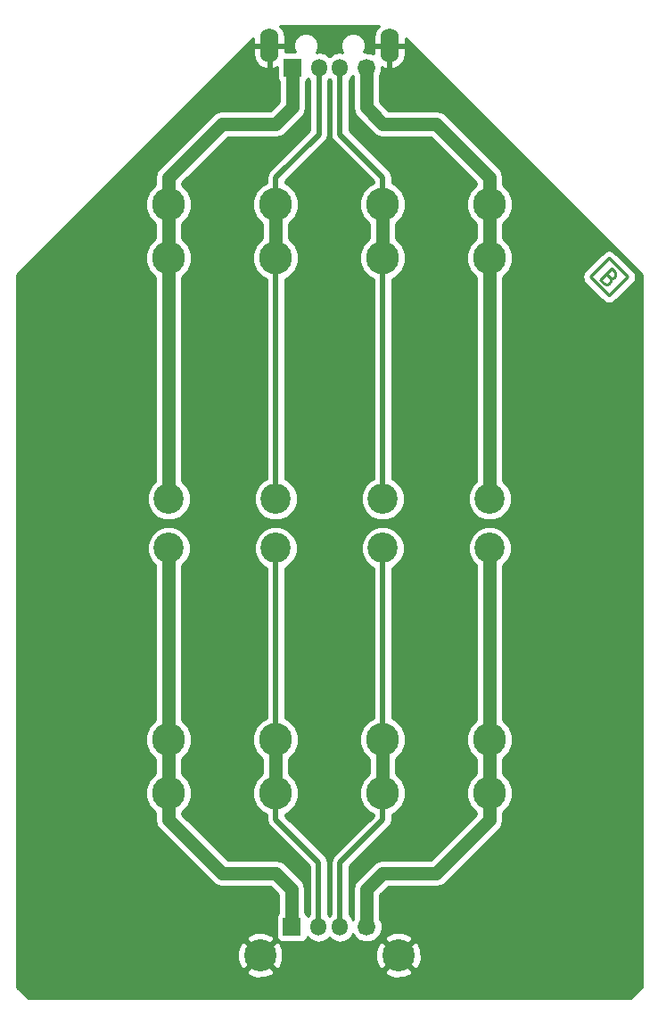
<source format=gbl>
%FSLAX34Y34*%
G04 Gerber Fmt 3.4, Leading zero omitted, Abs format*
G04 (created by PCBNEW (2014-04-11 BZR 4798)-product) date 21/04/2014 04:41:56*
%MOIN*%
G01*
G70*
G90*
G04 APERTURE LIST*
%ADD10C,0.005906*%
%ADD11C,0.010000*%
%ADD12R,0.066200X0.066200*%
%ADD13O,0.059100X0.066200*%
%ADD14C,0.066200*%
%ADD15O,0.069400X0.128400*%
%ADD16C,0.113000*%
%ADD17C,0.123000*%
%ADD18C,0.120600*%
%ADD19C,0.050000*%
%ADD20C,0.020000*%
G04 APERTURE END LIST*
G54D10*
G54D11*
X22482Y27257D02*
X22522Y27176D01*
X22522Y27136D01*
X22502Y27075D01*
X22441Y27015D01*
X22381Y26994D01*
X22340Y26994D01*
X22280Y27015D01*
X22118Y27176D01*
X22542Y27600D01*
X22684Y27459D01*
X22704Y27398D01*
X22704Y27358D01*
X22684Y27297D01*
X22643Y27257D01*
X22583Y27237D01*
X22542Y27237D01*
X22482Y27257D01*
X22340Y27398D01*
X22457Y28000D02*
X23164Y27292D01*
X23164Y27292D02*
X22457Y26585D01*
X22457Y26585D02*
X21750Y27292D01*
X21750Y27292D02*
X22457Y28000D01*
G54D12*
X10622Y35100D03*
G54D13*
X11606Y35100D03*
X12394Y35100D03*
G54D14*
X13378Y35100D03*
G54D15*
X9756Y35927D03*
X14244Y35927D03*
G54D16*
X6000Y19000D03*
X6000Y17150D03*
X18000Y19000D03*
X18000Y17150D03*
X14000Y19000D03*
X14000Y17150D03*
X10000Y19000D03*
X10000Y17150D03*
G54D17*
X14000Y8000D03*
X14000Y10000D03*
X6000Y28000D03*
X6000Y30000D03*
X18000Y8000D03*
X18000Y10000D03*
X10000Y8000D03*
X10000Y10000D03*
X18000Y28000D03*
X18000Y30000D03*
X14000Y28000D03*
X14000Y30000D03*
X10000Y28000D03*
X10000Y30000D03*
X6000Y8000D03*
X6000Y10000D03*
G54D14*
X13400Y3000D03*
G54D13*
X12400Y3000D03*
X11600Y3000D03*
G54D12*
X10600Y3000D03*
G54D18*
X14587Y1933D03*
X9413Y1933D03*
G54D19*
X14000Y10000D02*
X14000Y8000D01*
G54D20*
X14000Y7000D02*
X12400Y5400D01*
X12400Y5400D02*
X12400Y3000D01*
X14000Y8000D02*
X14000Y7000D01*
X14000Y10000D02*
X14000Y17150D01*
G54D19*
X14000Y28000D02*
X14000Y30000D01*
G54D20*
X14000Y31000D02*
X12394Y32606D01*
X12394Y32606D02*
X12394Y35100D01*
X14000Y30000D02*
X14000Y31000D01*
X14000Y28000D02*
X14000Y19000D01*
G54D19*
X10000Y10000D02*
X10000Y8000D01*
G54D20*
X10000Y7000D02*
X11600Y5400D01*
X11600Y5400D02*
X11600Y3000D01*
X10000Y8000D02*
X10000Y7000D01*
X10000Y17150D02*
X10000Y10000D01*
G54D19*
X10000Y28000D02*
X10000Y30000D01*
G54D20*
X10000Y31000D02*
X11606Y32606D01*
X11606Y32606D02*
X11606Y35100D01*
X10000Y30000D02*
X10000Y31000D01*
X10000Y19000D02*
X10000Y28000D01*
G54D19*
X13400Y3000D02*
X13400Y4400D01*
X13400Y4400D02*
X14000Y5000D01*
X14000Y5000D02*
X16000Y5000D01*
X18000Y10000D02*
X18000Y8000D01*
X18000Y7000D02*
X16000Y5000D01*
X18000Y8000D02*
X18000Y7000D01*
X18000Y17150D02*
X18000Y10000D01*
X13378Y33622D02*
X14000Y33000D01*
X13378Y35100D02*
X13378Y33622D01*
X14000Y33000D02*
X16000Y33000D01*
X18000Y28000D02*
X18000Y30000D01*
X18000Y31000D02*
X16000Y33000D01*
X18000Y30000D02*
X18000Y31000D01*
X18000Y28000D02*
X18000Y19000D01*
X10600Y3000D02*
X10600Y4400D01*
X10000Y5000D02*
X8000Y5000D01*
X10600Y4400D02*
X10000Y5000D01*
X6000Y10000D02*
X6000Y8000D01*
X6000Y7000D02*
X8000Y5000D01*
X6000Y8000D02*
X6000Y7000D01*
X6000Y10000D02*
X6000Y17150D01*
X10622Y35100D02*
X10622Y33622D01*
X10000Y33000D02*
X8000Y33000D01*
X10622Y33622D02*
X10000Y33000D01*
X6000Y28000D02*
X6000Y30000D01*
X6000Y31000D02*
X8000Y33000D01*
X6000Y30000D02*
X6000Y31000D01*
X6000Y28000D02*
X6000Y19000D01*
G54D10*
G36*
X23675Y745D02*
X23464Y534D01*
X23464Y27292D01*
X23441Y27407D01*
X23441Y27407D01*
X23376Y27505D01*
X23376Y27505D01*
X23376Y27505D01*
X22669Y28212D01*
X22669Y28212D01*
X22571Y28277D01*
X22457Y28300D01*
X22342Y28277D01*
X22244Y28212D01*
X21537Y27505D01*
X21472Y27407D01*
X21450Y27292D01*
X21472Y27178D01*
X21537Y27080D01*
X22244Y26373D01*
X22342Y26308D01*
X22457Y26285D01*
X22457Y26285D01*
X22571Y26308D01*
X22571Y26308D01*
X22669Y26373D01*
X22669Y26373D01*
X23376Y27080D01*
X23376Y27080D01*
X23376Y27080D01*
X23441Y27178D01*
X23441Y27178D01*
X23464Y27292D01*
X23464Y534D01*
X23254Y325D01*
X18865Y325D01*
X18865Y8171D01*
X18733Y8489D01*
X18500Y8723D01*
X18500Y9276D01*
X18732Y9509D01*
X18864Y9827D01*
X18865Y10171D01*
X18865Y28171D01*
X18733Y28489D01*
X18500Y28723D01*
X18500Y29276D01*
X18732Y29509D01*
X18864Y29827D01*
X18865Y30171D01*
X18733Y30489D01*
X18500Y30723D01*
X18500Y30999D01*
X18500Y31000D01*
X18500Y31000D01*
X18461Y31191D01*
X18353Y31353D01*
X16353Y33353D01*
X16191Y33461D01*
X16000Y33500D01*
X15999Y33500D01*
X14841Y33500D01*
X14841Y35582D01*
X14841Y35877D01*
X14294Y35877D01*
X14294Y35099D01*
X14386Y35052D01*
X14426Y35061D01*
X14630Y35174D01*
X14776Y35357D01*
X14841Y35582D01*
X14841Y33500D01*
X14207Y33500D01*
X13878Y33829D01*
X13878Y34789D01*
X13958Y34983D01*
X13959Y35118D01*
X14061Y35061D01*
X14101Y35052D01*
X14194Y35099D01*
X14194Y35877D01*
X13647Y35877D01*
X13647Y35617D01*
X13494Y35680D01*
X13289Y35681D01*
X13352Y35833D01*
X13352Y36019D01*
X13281Y36190D01*
X13150Y36322D01*
X12979Y36393D01*
X12793Y36393D01*
X12622Y36322D01*
X12490Y36191D01*
X12419Y36020D01*
X12419Y35834D01*
X12485Y35674D01*
X12394Y35692D01*
X12185Y35650D01*
X12008Y35532D01*
X12000Y35520D01*
X11991Y35532D01*
X11814Y35650D01*
X11606Y35692D01*
X11514Y35674D01*
X11580Y35833D01*
X11580Y36019D01*
X11509Y36190D01*
X11378Y36322D01*
X11207Y36393D01*
X11021Y36393D01*
X10850Y36322D01*
X10718Y36191D01*
X10647Y36020D01*
X10647Y35834D01*
X10710Y35681D01*
X10353Y35681D01*
X10353Y35877D01*
X9806Y35877D01*
X9806Y35099D01*
X9898Y35052D01*
X9938Y35061D01*
X10041Y35118D01*
X10041Y34719D01*
X10079Y34627D01*
X10122Y34584D01*
X10122Y33829D01*
X9792Y33500D01*
X9706Y33500D01*
X9706Y35099D01*
X9706Y35877D01*
X9159Y35877D01*
X9159Y35582D01*
X9223Y35357D01*
X9369Y35174D01*
X9573Y35061D01*
X9613Y35052D01*
X9706Y35099D01*
X9706Y33500D01*
X8000Y33500D01*
X8000Y33500D01*
X7808Y33461D01*
X7646Y33353D01*
X5646Y31353D01*
X5538Y31191D01*
X5499Y31000D01*
X5500Y30999D01*
X5500Y30723D01*
X5267Y30490D01*
X5135Y30172D01*
X5134Y29828D01*
X5266Y29510D01*
X5500Y29276D01*
X5500Y28723D01*
X5267Y28490D01*
X5135Y28172D01*
X5134Y27828D01*
X5266Y27510D01*
X5500Y27276D01*
X5500Y19652D01*
X5309Y19462D01*
X5185Y19162D01*
X5184Y18838D01*
X5308Y18538D01*
X5537Y18309D01*
X5837Y18185D01*
X6161Y18184D01*
X6461Y18308D01*
X6690Y18537D01*
X6814Y18837D01*
X6815Y19161D01*
X6691Y19461D01*
X6500Y19652D01*
X6500Y27276D01*
X6732Y27509D01*
X6864Y27827D01*
X6865Y28171D01*
X6733Y28489D01*
X6500Y28723D01*
X6500Y29276D01*
X6732Y29509D01*
X6864Y29827D01*
X6865Y30171D01*
X6733Y30489D01*
X6500Y30723D01*
X6500Y30792D01*
X8207Y32500D01*
X9999Y32500D01*
X10000Y32499D01*
X10000Y32500D01*
X10191Y32538D01*
X10353Y32646D01*
X10975Y33268D01*
X10975Y33268D01*
X10975Y33268D01*
X11083Y33430D01*
X11122Y33622D01*
X11122Y33622D01*
X11122Y33622D01*
X11122Y34584D01*
X11164Y34627D01*
X11196Y34703D01*
X11220Y34667D01*
X11256Y34643D01*
X11256Y32750D01*
X9752Y31247D01*
X9676Y31133D01*
X9650Y31000D01*
X9650Y30791D01*
X9510Y30733D01*
X9267Y30490D01*
X9135Y30172D01*
X9134Y29828D01*
X9266Y29510D01*
X9500Y29276D01*
X9500Y28723D01*
X9267Y28490D01*
X9135Y28172D01*
X9134Y27828D01*
X9266Y27510D01*
X9509Y27267D01*
X9650Y27208D01*
X9650Y19737D01*
X9538Y19691D01*
X9309Y19462D01*
X9185Y19162D01*
X9184Y18838D01*
X9308Y18538D01*
X9537Y18309D01*
X9837Y18185D01*
X10161Y18184D01*
X10461Y18308D01*
X10690Y18537D01*
X10814Y18837D01*
X10815Y19161D01*
X10691Y19461D01*
X10462Y19690D01*
X10350Y19737D01*
X10350Y27208D01*
X10489Y27266D01*
X10732Y27509D01*
X10864Y27827D01*
X10865Y28171D01*
X10733Y28489D01*
X10500Y28723D01*
X10500Y29276D01*
X10732Y29509D01*
X10864Y29827D01*
X10865Y30171D01*
X10733Y30489D01*
X10490Y30732D01*
X10350Y30791D01*
X10350Y30855D01*
X11853Y32358D01*
X11929Y32472D01*
X11929Y32472D01*
X11956Y32606D01*
X11956Y34643D01*
X11991Y34667D01*
X12000Y34679D01*
X12008Y34667D01*
X12044Y34643D01*
X12044Y32606D01*
X12070Y32472D01*
X12146Y32358D01*
X13650Y30855D01*
X13650Y30791D01*
X13510Y30733D01*
X13267Y30490D01*
X13135Y30172D01*
X13134Y29828D01*
X13266Y29510D01*
X13500Y29276D01*
X13500Y28723D01*
X13267Y28490D01*
X13135Y28172D01*
X13134Y27828D01*
X13266Y27510D01*
X13509Y27267D01*
X13650Y27208D01*
X13650Y19737D01*
X13538Y19691D01*
X13309Y19462D01*
X13185Y19162D01*
X13184Y18838D01*
X13308Y18538D01*
X13537Y18309D01*
X13837Y18185D01*
X14161Y18184D01*
X14461Y18308D01*
X14690Y18537D01*
X14814Y18837D01*
X14815Y19161D01*
X14691Y19461D01*
X14462Y19690D01*
X14350Y19737D01*
X14350Y27208D01*
X14489Y27266D01*
X14732Y27509D01*
X14864Y27827D01*
X14865Y28171D01*
X14733Y28489D01*
X14500Y28723D01*
X14500Y29276D01*
X14732Y29509D01*
X14864Y29827D01*
X14865Y30171D01*
X14733Y30489D01*
X14490Y30732D01*
X14350Y30791D01*
X14350Y31000D01*
X14323Y31133D01*
X14323Y31133D01*
X14247Y31247D01*
X12744Y32750D01*
X12744Y34643D01*
X12779Y34667D01*
X12871Y34804D01*
X12878Y34788D01*
X12878Y33622D01*
X12877Y33622D01*
X12916Y33430D01*
X13024Y33268D01*
X13646Y32646D01*
X13646Y32646D01*
X13646Y32646D01*
X13808Y32538D01*
X14000Y32499D01*
X14000Y32500D01*
X14000Y32500D01*
X15792Y32500D01*
X17500Y30792D01*
X17500Y30723D01*
X17267Y30490D01*
X17135Y30172D01*
X17134Y29828D01*
X17266Y29510D01*
X17500Y29276D01*
X17500Y28723D01*
X17267Y28490D01*
X17135Y28172D01*
X17134Y27828D01*
X17266Y27510D01*
X17500Y27276D01*
X17500Y19652D01*
X17309Y19462D01*
X17185Y19162D01*
X17184Y18838D01*
X17308Y18538D01*
X17537Y18309D01*
X17837Y18185D01*
X18161Y18184D01*
X18461Y18308D01*
X18690Y18537D01*
X18814Y18837D01*
X18815Y19161D01*
X18691Y19461D01*
X18500Y19652D01*
X18500Y27276D01*
X18732Y27509D01*
X18864Y27827D01*
X18865Y28171D01*
X18865Y10171D01*
X18733Y10489D01*
X18500Y10723D01*
X18500Y16497D01*
X18690Y16687D01*
X18814Y16987D01*
X18815Y17311D01*
X18691Y17611D01*
X18462Y17840D01*
X18162Y17964D01*
X17838Y17965D01*
X17538Y17841D01*
X17309Y17612D01*
X17185Y17312D01*
X17184Y16988D01*
X17308Y16688D01*
X17500Y16497D01*
X17500Y10723D01*
X17267Y10490D01*
X17135Y10172D01*
X17134Y9828D01*
X17266Y9510D01*
X17500Y9276D01*
X17500Y8723D01*
X17267Y8490D01*
X17135Y8172D01*
X17134Y7828D01*
X17266Y7510D01*
X17500Y7276D01*
X17500Y7207D01*
X15792Y5500D01*
X14000Y5500D01*
X13808Y5461D01*
X13646Y5353D01*
X13646Y5353D01*
X13046Y4753D01*
X12938Y4591D01*
X12899Y4400D01*
X12900Y4399D01*
X12900Y3310D01*
X12887Y3280D01*
X12785Y3432D01*
X12750Y3456D01*
X12750Y5255D01*
X14247Y6752D01*
X14323Y6866D01*
X14323Y6866D01*
X14350Y7000D01*
X14350Y7208D01*
X14489Y7266D01*
X14732Y7509D01*
X14864Y7827D01*
X14865Y8171D01*
X14733Y8489D01*
X14500Y8723D01*
X14500Y9276D01*
X14732Y9509D01*
X14864Y9827D01*
X14865Y10171D01*
X14733Y10489D01*
X14490Y10732D01*
X14350Y10791D01*
X14350Y16412D01*
X14461Y16458D01*
X14690Y16687D01*
X14814Y16987D01*
X14815Y17311D01*
X14691Y17611D01*
X14462Y17840D01*
X14162Y17964D01*
X13838Y17965D01*
X13538Y17841D01*
X13309Y17612D01*
X13185Y17312D01*
X13184Y16988D01*
X13308Y16688D01*
X13537Y16459D01*
X13650Y16412D01*
X13650Y10791D01*
X13510Y10733D01*
X13267Y10490D01*
X13135Y10172D01*
X13134Y9828D01*
X13266Y9510D01*
X13500Y9276D01*
X13500Y8723D01*
X13267Y8490D01*
X13135Y8172D01*
X13134Y7828D01*
X13266Y7510D01*
X13509Y7267D01*
X13650Y7208D01*
X13650Y7144D01*
X12152Y5647D01*
X12076Y5533D01*
X12050Y5400D01*
X12050Y3456D01*
X12014Y3432D01*
X12000Y3411D01*
X11985Y3432D01*
X11950Y3456D01*
X11950Y5400D01*
X11923Y5533D01*
X11923Y5533D01*
X11847Y5647D01*
X10350Y7144D01*
X10350Y7208D01*
X10489Y7266D01*
X10732Y7509D01*
X10864Y7827D01*
X10865Y8171D01*
X10733Y8489D01*
X10500Y8723D01*
X10500Y9276D01*
X10732Y9509D01*
X10864Y9827D01*
X10865Y10171D01*
X10733Y10489D01*
X10490Y10732D01*
X10350Y10791D01*
X10350Y16412D01*
X10461Y16458D01*
X10690Y16687D01*
X10814Y16987D01*
X10815Y17311D01*
X10691Y17611D01*
X10462Y17840D01*
X10162Y17964D01*
X9838Y17965D01*
X9538Y17841D01*
X9309Y17612D01*
X9185Y17312D01*
X9184Y16988D01*
X9308Y16688D01*
X9537Y16459D01*
X9650Y16412D01*
X9650Y10791D01*
X9510Y10733D01*
X9267Y10490D01*
X9135Y10172D01*
X9134Y9828D01*
X9266Y9510D01*
X9500Y9276D01*
X9500Y8723D01*
X9267Y8490D01*
X9135Y8172D01*
X9134Y7828D01*
X9266Y7510D01*
X9509Y7267D01*
X9650Y7208D01*
X9650Y7000D01*
X9676Y6866D01*
X9752Y6752D01*
X11250Y5255D01*
X11250Y3456D01*
X11214Y3432D01*
X11180Y3382D01*
X11142Y3472D01*
X11100Y3515D01*
X11100Y4400D01*
X11061Y4591D01*
X10953Y4753D01*
X10953Y4753D01*
X10353Y5353D01*
X10191Y5461D01*
X10000Y5500D01*
X9999Y5500D01*
X8207Y5500D01*
X6500Y7207D01*
X6500Y7276D01*
X6732Y7509D01*
X6864Y7827D01*
X6865Y8171D01*
X6733Y8489D01*
X6500Y8723D01*
X6500Y9276D01*
X6732Y9509D01*
X6864Y9827D01*
X6865Y10171D01*
X6733Y10489D01*
X6500Y10723D01*
X6500Y16497D01*
X6690Y16687D01*
X6814Y16987D01*
X6815Y17311D01*
X6691Y17611D01*
X6462Y17840D01*
X6162Y17964D01*
X5838Y17965D01*
X5538Y17841D01*
X5309Y17612D01*
X5185Y17312D01*
X5184Y16988D01*
X5308Y16688D01*
X5500Y16497D01*
X5500Y10723D01*
X5267Y10490D01*
X5135Y10172D01*
X5134Y9828D01*
X5266Y9510D01*
X5500Y9276D01*
X5500Y8723D01*
X5267Y8490D01*
X5135Y8172D01*
X5134Y7828D01*
X5266Y7510D01*
X5500Y7276D01*
X5500Y7000D01*
X5499Y7000D01*
X5538Y6808D01*
X5646Y6646D01*
X7646Y4646D01*
X7808Y4538D01*
X8000Y4499D01*
X8000Y4500D01*
X8000Y4500D01*
X9792Y4500D01*
X10100Y4192D01*
X10100Y3515D01*
X10057Y3472D01*
X10019Y3380D01*
X10019Y3281D01*
X10019Y2619D01*
X10057Y2527D01*
X10127Y2457D01*
X10219Y2419D01*
X10318Y2419D01*
X10980Y2419D01*
X11072Y2457D01*
X11142Y2527D01*
X11180Y2617D01*
X11214Y2567D01*
X11391Y2449D01*
X11600Y2407D01*
X11808Y2449D01*
X11985Y2567D01*
X12000Y2588D01*
X12014Y2567D01*
X12191Y2449D01*
X12400Y2407D01*
X12608Y2449D01*
X12785Y2567D01*
X12887Y2719D01*
X12907Y2671D01*
X13070Y2507D01*
X13283Y2419D01*
X13515Y2418D01*
X13728Y2507D01*
X13892Y2670D01*
X13980Y2883D01*
X13981Y3115D01*
X13900Y3311D01*
X13900Y4192D01*
X14207Y4500D01*
X15999Y4500D01*
X16000Y4499D01*
X16000Y4500D01*
X16191Y4538D01*
X16353Y4646D01*
X18353Y6646D01*
X18461Y6808D01*
X18500Y7000D01*
X18500Y7000D01*
X18500Y7000D01*
X18500Y7276D01*
X18732Y7509D01*
X18864Y7827D01*
X18865Y8171D01*
X18865Y325D01*
X15442Y325D01*
X15442Y1778D01*
X15436Y2118D01*
X15318Y2402D01*
X15192Y2467D01*
X15121Y2396D01*
X15121Y2538D01*
X15056Y2664D01*
X14741Y2788D01*
X14401Y2782D01*
X14117Y2664D01*
X14052Y2538D01*
X14587Y2003D01*
X15121Y2538D01*
X15121Y2396D01*
X14657Y1933D01*
X15192Y1398D01*
X15318Y1463D01*
X15442Y1778D01*
X15442Y325D01*
X15121Y325D01*
X15121Y1327D01*
X14587Y1862D01*
X14516Y1791D01*
X14516Y1933D01*
X13981Y2467D01*
X13855Y2402D01*
X13731Y2087D01*
X13737Y1747D01*
X13855Y1463D01*
X13981Y1398D01*
X14516Y1933D01*
X14516Y1791D01*
X14052Y1327D01*
X14117Y1201D01*
X14432Y1077D01*
X14772Y1083D01*
X15056Y1201D01*
X15121Y1327D01*
X15121Y325D01*
X10268Y325D01*
X10268Y1778D01*
X10262Y2118D01*
X10144Y2402D01*
X10018Y2467D01*
X9947Y2396D01*
X9947Y2538D01*
X9882Y2664D01*
X9567Y2788D01*
X9227Y2782D01*
X8943Y2664D01*
X8878Y2538D01*
X9413Y2003D01*
X9947Y2538D01*
X9947Y2396D01*
X9483Y1933D01*
X10018Y1398D01*
X10144Y1463D01*
X10268Y1778D01*
X10268Y325D01*
X9947Y325D01*
X9947Y1327D01*
X9413Y1862D01*
X9342Y1791D01*
X9342Y1933D01*
X8807Y2467D01*
X8681Y2402D01*
X8557Y2087D01*
X8563Y1747D01*
X8681Y1463D01*
X8807Y1398D01*
X9342Y1933D01*
X9342Y1791D01*
X8878Y1327D01*
X8943Y1201D01*
X9258Y1077D01*
X9598Y1083D01*
X9882Y1201D01*
X9947Y1327D01*
X9947Y325D01*
X745Y325D01*
X325Y745D01*
X325Y27365D01*
X9159Y36199D01*
X9159Y35977D01*
X9706Y35977D01*
X9706Y35984D01*
X9806Y35984D01*
X9806Y35977D01*
X10353Y35977D01*
X10353Y36272D01*
X10288Y36496D01*
X10146Y36675D01*
X13853Y36675D01*
X13711Y36496D01*
X13647Y36272D01*
X13647Y35977D01*
X14194Y35977D01*
X14194Y35984D01*
X14294Y35984D01*
X14294Y35977D01*
X14841Y35977D01*
X14841Y36199D01*
X23675Y27365D01*
X23675Y745D01*
X23675Y745D01*
G37*
G54D11*
X23675Y745D02*
X23464Y534D01*
X23464Y27292D01*
X23441Y27407D01*
X23441Y27407D01*
X23376Y27505D01*
X23376Y27505D01*
X23376Y27505D01*
X22669Y28212D01*
X22669Y28212D01*
X22571Y28277D01*
X22457Y28300D01*
X22342Y28277D01*
X22244Y28212D01*
X21537Y27505D01*
X21472Y27407D01*
X21450Y27292D01*
X21472Y27178D01*
X21537Y27080D01*
X22244Y26373D01*
X22342Y26308D01*
X22457Y26285D01*
X22457Y26285D01*
X22571Y26308D01*
X22571Y26308D01*
X22669Y26373D01*
X22669Y26373D01*
X23376Y27080D01*
X23376Y27080D01*
X23376Y27080D01*
X23441Y27178D01*
X23441Y27178D01*
X23464Y27292D01*
X23464Y534D01*
X23254Y325D01*
X18865Y325D01*
X18865Y8171D01*
X18733Y8489D01*
X18500Y8723D01*
X18500Y9276D01*
X18732Y9509D01*
X18864Y9827D01*
X18865Y10171D01*
X18865Y28171D01*
X18733Y28489D01*
X18500Y28723D01*
X18500Y29276D01*
X18732Y29509D01*
X18864Y29827D01*
X18865Y30171D01*
X18733Y30489D01*
X18500Y30723D01*
X18500Y30999D01*
X18500Y31000D01*
X18500Y31000D01*
X18461Y31191D01*
X18353Y31353D01*
X16353Y33353D01*
X16191Y33461D01*
X16000Y33500D01*
X15999Y33500D01*
X14841Y33500D01*
X14841Y35582D01*
X14841Y35877D01*
X14294Y35877D01*
X14294Y35099D01*
X14386Y35052D01*
X14426Y35061D01*
X14630Y35174D01*
X14776Y35357D01*
X14841Y35582D01*
X14841Y33500D01*
X14207Y33500D01*
X13878Y33829D01*
X13878Y34789D01*
X13958Y34983D01*
X13959Y35118D01*
X14061Y35061D01*
X14101Y35052D01*
X14194Y35099D01*
X14194Y35877D01*
X13647Y35877D01*
X13647Y35617D01*
X13494Y35680D01*
X13289Y35681D01*
X13352Y35833D01*
X13352Y36019D01*
X13281Y36190D01*
X13150Y36322D01*
X12979Y36393D01*
X12793Y36393D01*
X12622Y36322D01*
X12490Y36191D01*
X12419Y36020D01*
X12419Y35834D01*
X12485Y35674D01*
X12394Y35692D01*
X12185Y35650D01*
X12008Y35532D01*
X12000Y35520D01*
X11991Y35532D01*
X11814Y35650D01*
X11606Y35692D01*
X11514Y35674D01*
X11580Y35833D01*
X11580Y36019D01*
X11509Y36190D01*
X11378Y36322D01*
X11207Y36393D01*
X11021Y36393D01*
X10850Y36322D01*
X10718Y36191D01*
X10647Y36020D01*
X10647Y35834D01*
X10710Y35681D01*
X10353Y35681D01*
X10353Y35877D01*
X9806Y35877D01*
X9806Y35099D01*
X9898Y35052D01*
X9938Y35061D01*
X10041Y35118D01*
X10041Y34719D01*
X10079Y34627D01*
X10122Y34584D01*
X10122Y33829D01*
X9792Y33500D01*
X9706Y33500D01*
X9706Y35099D01*
X9706Y35877D01*
X9159Y35877D01*
X9159Y35582D01*
X9223Y35357D01*
X9369Y35174D01*
X9573Y35061D01*
X9613Y35052D01*
X9706Y35099D01*
X9706Y33500D01*
X8000Y33500D01*
X8000Y33500D01*
X7808Y33461D01*
X7646Y33353D01*
X5646Y31353D01*
X5538Y31191D01*
X5499Y31000D01*
X5500Y30999D01*
X5500Y30723D01*
X5267Y30490D01*
X5135Y30172D01*
X5134Y29828D01*
X5266Y29510D01*
X5500Y29276D01*
X5500Y28723D01*
X5267Y28490D01*
X5135Y28172D01*
X5134Y27828D01*
X5266Y27510D01*
X5500Y27276D01*
X5500Y19652D01*
X5309Y19462D01*
X5185Y19162D01*
X5184Y18838D01*
X5308Y18538D01*
X5537Y18309D01*
X5837Y18185D01*
X6161Y18184D01*
X6461Y18308D01*
X6690Y18537D01*
X6814Y18837D01*
X6815Y19161D01*
X6691Y19461D01*
X6500Y19652D01*
X6500Y27276D01*
X6732Y27509D01*
X6864Y27827D01*
X6865Y28171D01*
X6733Y28489D01*
X6500Y28723D01*
X6500Y29276D01*
X6732Y29509D01*
X6864Y29827D01*
X6865Y30171D01*
X6733Y30489D01*
X6500Y30723D01*
X6500Y30792D01*
X8207Y32500D01*
X9999Y32500D01*
X10000Y32499D01*
X10000Y32500D01*
X10191Y32538D01*
X10353Y32646D01*
X10975Y33268D01*
X10975Y33268D01*
X10975Y33268D01*
X11083Y33430D01*
X11122Y33622D01*
X11122Y33622D01*
X11122Y33622D01*
X11122Y34584D01*
X11164Y34627D01*
X11196Y34703D01*
X11220Y34667D01*
X11256Y34643D01*
X11256Y32750D01*
X9752Y31247D01*
X9676Y31133D01*
X9650Y31000D01*
X9650Y30791D01*
X9510Y30733D01*
X9267Y30490D01*
X9135Y30172D01*
X9134Y29828D01*
X9266Y29510D01*
X9500Y29276D01*
X9500Y28723D01*
X9267Y28490D01*
X9135Y28172D01*
X9134Y27828D01*
X9266Y27510D01*
X9509Y27267D01*
X9650Y27208D01*
X9650Y19737D01*
X9538Y19691D01*
X9309Y19462D01*
X9185Y19162D01*
X9184Y18838D01*
X9308Y18538D01*
X9537Y18309D01*
X9837Y18185D01*
X10161Y18184D01*
X10461Y18308D01*
X10690Y18537D01*
X10814Y18837D01*
X10815Y19161D01*
X10691Y19461D01*
X10462Y19690D01*
X10350Y19737D01*
X10350Y27208D01*
X10489Y27266D01*
X10732Y27509D01*
X10864Y27827D01*
X10865Y28171D01*
X10733Y28489D01*
X10500Y28723D01*
X10500Y29276D01*
X10732Y29509D01*
X10864Y29827D01*
X10865Y30171D01*
X10733Y30489D01*
X10490Y30732D01*
X10350Y30791D01*
X10350Y30855D01*
X11853Y32358D01*
X11929Y32472D01*
X11929Y32472D01*
X11956Y32606D01*
X11956Y34643D01*
X11991Y34667D01*
X12000Y34679D01*
X12008Y34667D01*
X12044Y34643D01*
X12044Y32606D01*
X12070Y32472D01*
X12146Y32358D01*
X13650Y30855D01*
X13650Y30791D01*
X13510Y30733D01*
X13267Y30490D01*
X13135Y30172D01*
X13134Y29828D01*
X13266Y29510D01*
X13500Y29276D01*
X13500Y28723D01*
X13267Y28490D01*
X13135Y28172D01*
X13134Y27828D01*
X13266Y27510D01*
X13509Y27267D01*
X13650Y27208D01*
X13650Y19737D01*
X13538Y19691D01*
X13309Y19462D01*
X13185Y19162D01*
X13184Y18838D01*
X13308Y18538D01*
X13537Y18309D01*
X13837Y18185D01*
X14161Y18184D01*
X14461Y18308D01*
X14690Y18537D01*
X14814Y18837D01*
X14815Y19161D01*
X14691Y19461D01*
X14462Y19690D01*
X14350Y19737D01*
X14350Y27208D01*
X14489Y27266D01*
X14732Y27509D01*
X14864Y27827D01*
X14865Y28171D01*
X14733Y28489D01*
X14500Y28723D01*
X14500Y29276D01*
X14732Y29509D01*
X14864Y29827D01*
X14865Y30171D01*
X14733Y30489D01*
X14490Y30732D01*
X14350Y30791D01*
X14350Y31000D01*
X14323Y31133D01*
X14323Y31133D01*
X14247Y31247D01*
X12744Y32750D01*
X12744Y34643D01*
X12779Y34667D01*
X12871Y34804D01*
X12878Y34788D01*
X12878Y33622D01*
X12877Y33622D01*
X12916Y33430D01*
X13024Y33268D01*
X13646Y32646D01*
X13646Y32646D01*
X13646Y32646D01*
X13808Y32538D01*
X14000Y32499D01*
X14000Y32500D01*
X14000Y32500D01*
X15792Y32500D01*
X17500Y30792D01*
X17500Y30723D01*
X17267Y30490D01*
X17135Y30172D01*
X17134Y29828D01*
X17266Y29510D01*
X17500Y29276D01*
X17500Y28723D01*
X17267Y28490D01*
X17135Y28172D01*
X17134Y27828D01*
X17266Y27510D01*
X17500Y27276D01*
X17500Y19652D01*
X17309Y19462D01*
X17185Y19162D01*
X17184Y18838D01*
X17308Y18538D01*
X17537Y18309D01*
X17837Y18185D01*
X18161Y18184D01*
X18461Y18308D01*
X18690Y18537D01*
X18814Y18837D01*
X18815Y19161D01*
X18691Y19461D01*
X18500Y19652D01*
X18500Y27276D01*
X18732Y27509D01*
X18864Y27827D01*
X18865Y28171D01*
X18865Y10171D01*
X18733Y10489D01*
X18500Y10723D01*
X18500Y16497D01*
X18690Y16687D01*
X18814Y16987D01*
X18815Y17311D01*
X18691Y17611D01*
X18462Y17840D01*
X18162Y17964D01*
X17838Y17965D01*
X17538Y17841D01*
X17309Y17612D01*
X17185Y17312D01*
X17184Y16988D01*
X17308Y16688D01*
X17500Y16497D01*
X17500Y10723D01*
X17267Y10490D01*
X17135Y10172D01*
X17134Y9828D01*
X17266Y9510D01*
X17500Y9276D01*
X17500Y8723D01*
X17267Y8490D01*
X17135Y8172D01*
X17134Y7828D01*
X17266Y7510D01*
X17500Y7276D01*
X17500Y7207D01*
X15792Y5500D01*
X14000Y5500D01*
X13808Y5461D01*
X13646Y5353D01*
X13646Y5353D01*
X13046Y4753D01*
X12938Y4591D01*
X12899Y4400D01*
X12900Y4399D01*
X12900Y3310D01*
X12887Y3280D01*
X12785Y3432D01*
X12750Y3456D01*
X12750Y5255D01*
X14247Y6752D01*
X14323Y6866D01*
X14323Y6866D01*
X14350Y7000D01*
X14350Y7208D01*
X14489Y7266D01*
X14732Y7509D01*
X14864Y7827D01*
X14865Y8171D01*
X14733Y8489D01*
X14500Y8723D01*
X14500Y9276D01*
X14732Y9509D01*
X14864Y9827D01*
X14865Y10171D01*
X14733Y10489D01*
X14490Y10732D01*
X14350Y10791D01*
X14350Y16412D01*
X14461Y16458D01*
X14690Y16687D01*
X14814Y16987D01*
X14815Y17311D01*
X14691Y17611D01*
X14462Y17840D01*
X14162Y17964D01*
X13838Y17965D01*
X13538Y17841D01*
X13309Y17612D01*
X13185Y17312D01*
X13184Y16988D01*
X13308Y16688D01*
X13537Y16459D01*
X13650Y16412D01*
X13650Y10791D01*
X13510Y10733D01*
X13267Y10490D01*
X13135Y10172D01*
X13134Y9828D01*
X13266Y9510D01*
X13500Y9276D01*
X13500Y8723D01*
X13267Y8490D01*
X13135Y8172D01*
X13134Y7828D01*
X13266Y7510D01*
X13509Y7267D01*
X13650Y7208D01*
X13650Y7144D01*
X12152Y5647D01*
X12076Y5533D01*
X12050Y5400D01*
X12050Y3456D01*
X12014Y3432D01*
X12000Y3411D01*
X11985Y3432D01*
X11950Y3456D01*
X11950Y5400D01*
X11923Y5533D01*
X11923Y5533D01*
X11847Y5647D01*
X10350Y7144D01*
X10350Y7208D01*
X10489Y7266D01*
X10732Y7509D01*
X10864Y7827D01*
X10865Y8171D01*
X10733Y8489D01*
X10500Y8723D01*
X10500Y9276D01*
X10732Y9509D01*
X10864Y9827D01*
X10865Y10171D01*
X10733Y10489D01*
X10490Y10732D01*
X10350Y10791D01*
X10350Y16412D01*
X10461Y16458D01*
X10690Y16687D01*
X10814Y16987D01*
X10815Y17311D01*
X10691Y17611D01*
X10462Y17840D01*
X10162Y17964D01*
X9838Y17965D01*
X9538Y17841D01*
X9309Y17612D01*
X9185Y17312D01*
X9184Y16988D01*
X9308Y16688D01*
X9537Y16459D01*
X9650Y16412D01*
X9650Y10791D01*
X9510Y10733D01*
X9267Y10490D01*
X9135Y10172D01*
X9134Y9828D01*
X9266Y9510D01*
X9500Y9276D01*
X9500Y8723D01*
X9267Y8490D01*
X9135Y8172D01*
X9134Y7828D01*
X9266Y7510D01*
X9509Y7267D01*
X9650Y7208D01*
X9650Y7000D01*
X9676Y6866D01*
X9752Y6752D01*
X11250Y5255D01*
X11250Y3456D01*
X11214Y3432D01*
X11180Y3382D01*
X11142Y3472D01*
X11100Y3515D01*
X11100Y4400D01*
X11061Y4591D01*
X10953Y4753D01*
X10953Y4753D01*
X10353Y5353D01*
X10191Y5461D01*
X10000Y5500D01*
X9999Y5500D01*
X8207Y5500D01*
X6500Y7207D01*
X6500Y7276D01*
X6732Y7509D01*
X6864Y7827D01*
X6865Y8171D01*
X6733Y8489D01*
X6500Y8723D01*
X6500Y9276D01*
X6732Y9509D01*
X6864Y9827D01*
X6865Y10171D01*
X6733Y10489D01*
X6500Y10723D01*
X6500Y16497D01*
X6690Y16687D01*
X6814Y16987D01*
X6815Y17311D01*
X6691Y17611D01*
X6462Y17840D01*
X6162Y17964D01*
X5838Y17965D01*
X5538Y17841D01*
X5309Y17612D01*
X5185Y17312D01*
X5184Y16988D01*
X5308Y16688D01*
X5500Y16497D01*
X5500Y10723D01*
X5267Y10490D01*
X5135Y10172D01*
X5134Y9828D01*
X5266Y9510D01*
X5500Y9276D01*
X5500Y8723D01*
X5267Y8490D01*
X5135Y8172D01*
X5134Y7828D01*
X5266Y7510D01*
X5500Y7276D01*
X5500Y7000D01*
X5499Y7000D01*
X5538Y6808D01*
X5646Y6646D01*
X7646Y4646D01*
X7808Y4538D01*
X8000Y4499D01*
X8000Y4500D01*
X8000Y4500D01*
X9792Y4500D01*
X10100Y4192D01*
X10100Y3515D01*
X10057Y3472D01*
X10019Y3380D01*
X10019Y3281D01*
X10019Y2619D01*
X10057Y2527D01*
X10127Y2457D01*
X10219Y2419D01*
X10318Y2419D01*
X10980Y2419D01*
X11072Y2457D01*
X11142Y2527D01*
X11180Y2617D01*
X11214Y2567D01*
X11391Y2449D01*
X11600Y2407D01*
X11808Y2449D01*
X11985Y2567D01*
X12000Y2588D01*
X12014Y2567D01*
X12191Y2449D01*
X12400Y2407D01*
X12608Y2449D01*
X12785Y2567D01*
X12887Y2719D01*
X12907Y2671D01*
X13070Y2507D01*
X13283Y2419D01*
X13515Y2418D01*
X13728Y2507D01*
X13892Y2670D01*
X13980Y2883D01*
X13981Y3115D01*
X13900Y3311D01*
X13900Y4192D01*
X14207Y4500D01*
X15999Y4500D01*
X16000Y4499D01*
X16000Y4500D01*
X16191Y4538D01*
X16353Y4646D01*
X18353Y6646D01*
X18461Y6808D01*
X18500Y7000D01*
X18500Y7000D01*
X18500Y7000D01*
X18500Y7276D01*
X18732Y7509D01*
X18864Y7827D01*
X18865Y8171D01*
X18865Y325D01*
X15442Y325D01*
X15442Y1778D01*
X15436Y2118D01*
X15318Y2402D01*
X15192Y2467D01*
X15121Y2396D01*
X15121Y2538D01*
X15056Y2664D01*
X14741Y2788D01*
X14401Y2782D01*
X14117Y2664D01*
X14052Y2538D01*
X14587Y2003D01*
X15121Y2538D01*
X15121Y2396D01*
X14657Y1933D01*
X15192Y1398D01*
X15318Y1463D01*
X15442Y1778D01*
X15442Y325D01*
X15121Y325D01*
X15121Y1327D01*
X14587Y1862D01*
X14516Y1791D01*
X14516Y1933D01*
X13981Y2467D01*
X13855Y2402D01*
X13731Y2087D01*
X13737Y1747D01*
X13855Y1463D01*
X13981Y1398D01*
X14516Y1933D01*
X14516Y1791D01*
X14052Y1327D01*
X14117Y1201D01*
X14432Y1077D01*
X14772Y1083D01*
X15056Y1201D01*
X15121Y1327D01*
X15121Y325D01*
X10268Y325D01*
X10268Y1778D01*
X10262Y2118D01*
X10144Y2402D01*
X10018Y2467D01*
X9947Y2396D01*
X9947Y2538D01*
X9882Y2664D01*
X9567Y2788D01*
X9227Y2782D01*
X8943Y2664D01*
X8878Y2538D01*
X9413Y2003D01*
X9947Y2538D01*
X9947Y2396D01*
X9483Y1933D01*
X10018Y1398D01*
X10144Y1463D01*
X10268Y1778D01*
X10268Y325D01*
X9947Y325D01*
X9947Y1327D01*
X9413Y1862D01*
X9342Y1791D01*
X9342Y1933D01*
X8807Y2467D01*
X8681Y2402D01*
X8557Y2087D01*
X8563Y1747D01*
X8681Y1463D01*
X8807Y1398D01*
X9342Y1933D01*
X9342Y1791D01*
X8878Y1327D01*
X8943Y1201D01*
X9258Y1077D01*
X9598Y1083D01*
X9882Y1201D01*
X9947Y1327D01*
X9947Y325D01*
X745Y325D01*
X325Y745D01*
X325Y27365D01*
X9159Y36199D01*
X9159Y35977D01*
X9706Y35977D01*
X9706Y35984D01*
X9806Y35984D01*
X9806Y35977D01*
X10353Y35977D01*
X10353Y36272D01*
X10288Y36496D01*
X10146Y36675D01*
X13853Y36675D01*
X13711Y36496D01*
X13647Y36272D01*
X13647Y35977D01*
X14194Y35977D01*
X14194Y35984D01*
X14294Y35984D01*
X14294Y35977D01*
X14841Y35977D01*
X14841Y36199D01*
X23675Y27365D01*
X23675Y745D01*
M02*

</source>
